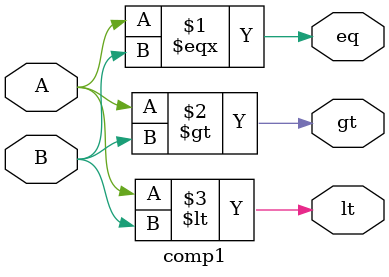
<source format=v>
module comp1 ( 
  // inputs 
 input A, //primary input
 input B,
  // outputs 
 output lt,
 output gt,
 output eq 
); 
  assign eq = (A===B) ;
  assign gt = (A>B) ;
  assign lt = (A<B) ; 
endmodule 

</source>
